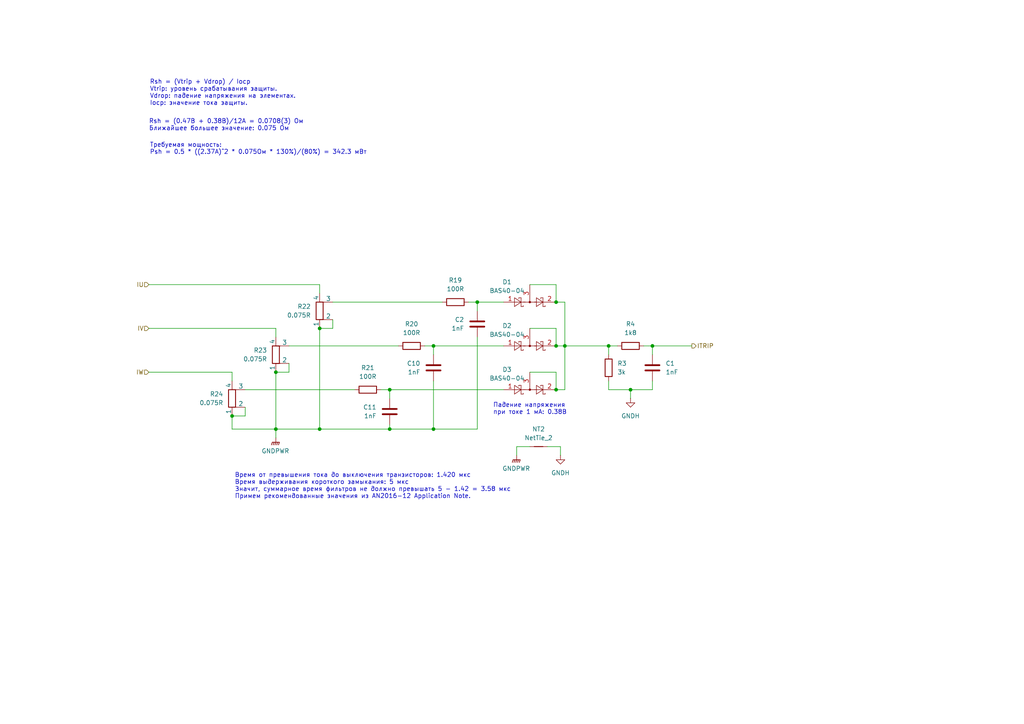
<source format=kicad_sch>
(kicad_sch (version 20231120) (generator "eeschema") (generator_version "8.0")
  (paper "A4")
  (lib_symbols
    (symbol "Device:C" (pin_numbers hide) (pin_names (offset 0.254))
      (property "Reference" "C" (at 0.635 2.54 0))
      (property "Value" "C" (at 0.635 -2.54 0))
      (symbol "C_0_1"
        (polyline (pts (xy -2.032 -0.762) (xy 2.032 -0.762)) (stroke (width 0.508)))
        (polyline (pts (xy -2.032 0.762) (xy 2.032 0.762)) (stroke (width 0.508)))
      )
      (symbol "C_1_1"
        (pin passive line (at 0 3.81 270) (length 2.794) (name "~") (number "1"))
        (pin passive line (at 0 -3.81 90) (length 2.794) (name "~") (number "2"))
      )
    )
    (symbol "Device:NetTie_2" (pin_numbers hide) (pin_names (offset 0) hide) (in_bom no)
      (property "Reference" "NT" (at 0 1.27 0))
      (property "Value" "NetTie_2" (at 0 -1.27 0))
      (symbol "NetTie_2_0_1"
        (polyline (pts (xy -1.27 0) (xy 1.27 0)) (stroke (width 0.254)))
      )
      (symbol "NetTie_2_1_1"
        (pin passive line (at -2.54 0 0) (length 2.54) (name "1") (number "1"))
        (pin passive line (at 2.54 0 180) (length 2.54) (name "2") (number "2"))
      )
    )
    (symbol "Device:R" (pin_numbers hide) (pin_names (offset 0))
      (property "Reference" "R" (at 2.032 0 90))
      (property "Value" "R" (at 0 0 90))
      (symbol "R_0_1"
        (rectangle (start -1.016 -2.54) (end 1.016 2.54) (stroke (width 0.254)))
      )
      (symbol "R_1_1"
        (pin passive line (at 0 3.81 270) (length 1.27) (name "~") (number "1"))
        (pin passive line (at 0 -3.81 90) (length 1.27) (name "~") (number "2"))
      )
    )
    (symbol "Device:R_Shunt" (pin_numbers hide) (pin_names (offset 0))
      (property "Reference" "R" (at -4.445 0 90))
      (property "Value" "R_Shunt" (at -2.54 0 90))
      (symbol "R_Shunt_0_1"
        (rectangle (start -1.016 -2.54) (end 1.016 2.54) (stroke (width 0.254)))
        (polyline (pts (xy 0 -2.54) (xy 1.27 -2.54)))
        (polyline (pts (xy 1.27 2.54) (xy 0 2.54)))
      )
      (symbol "R_Shunt_1_1"
        (pin passive line (at 0 5.08 270) (length 2.54) (name "1") (number "1"))
        (pin passive line (at 3.81 2.54 180) (length 2.54) (name "2") (number "2"))
        (pin passive line (at 3.81 -2.54 180) (length 2.54) (name "3") (number "3"))
        (pin passive line (at 0 -5.08 90) (length 2.54) (name "4") (number "4"))
      )
    )
    (symbol "Diode:BAS40-04" (pin_names (offset 1.016))
      (property "Reference" "D" (at 0.635 -1.27 0))
      (property "Value" "BAS40-04" (at -6.35 5.715 0))
      (symbol "BAS40-04_0_1"
        (polyline (pts (xy -3.81 2.54) (xy -1.27 2.54)))
        (polyline (pts (xy -3.175 1.27) (xy -3.175 1.524)))
        (polyline (pts (xy -2.54 1.27) (xy -3.175 1.27)))
        (polyline (pts (xy -2.54 1.27) (xy -2.54 3.81)))
        (polyline (pts (xy -2.54 3.81) (xy -1.905 3.81)))
        (polyline (pts (xy -1.905 2.54) (xy 1.905 2.54)))
        (polyline (pts (xy -1.905 3.81) (xy -1.905 3.556)))
        (polyline (pts (xy 1.27 2.54) (xy 3.81 2.54)))
        (polyline (pts (xy 3.175 1.27) (xy 3.175 1.524)))
        (polyline (pts (xy 3.81 1.27) (xy 3.175 1.27)))
        (polyline (pts (xy 3.81 1.27) (xy 3.81 3.81)))
        (polyline (pts (xy 3.81 3.81) (xy 4.445 3.81)))
        (polyline (pts (xy 4.445 3.81) (xy 4.445 3.556)))
        (polyline (pts (xy -4.445 3.81) (xy -4.445 1.27) (xy -2.54 2.54) (xy -4.445 3.81)))
        (polyline (pts (xy 1.905 3.81) (xy 1.905 1.27) (xy 3.81 2.54) (xy 1.905 3.81)))
        (circle (center 0 2.54) (radius 0.254) (fill (type outline)))
      )
      (symbol "BAS40-04_1_1"
        (pin passive line (at -7.62 2.54 0) (length 3.81) (name "~") (number "1"))
        (pin passive line (at 7.62 2.54 180) (length 3.81) (name "~") (number "2"))
        (pin passive line (at 0 -2.54 90) (length 5.08) (name "~") (number "3"))
      )
    )
    (symbol "main:GNDH" (power) (pin_numbers hide) (pin_names (offset 0) hide)
      (property "Value" "GNDH" (at 0 -3.81 0))
      (symbol "GNDH_0_1"
        (polyline (pts (xy 0 0) (xy 0 -1.27) (xy 1.27 -1.27) (xy 0 -2.54) (xy -1.27 -1.27) (xy 0 -1.27)))
      )
      (symbol "GNDH_1_1"
        (pin power_in line (at 0 0 270) (length 0) (name "~") (number "1"))
      )
    )
    (symbol "power:GNDPWR" (power) (pin_numbers hide) (pin_names (offset 0) hide)
      (property "Value" "GNDPWR" (at 0 -3.302 0))
      (symbol "GNDPWR_0_1"
        (polyline (pts (xy 0 -1.27) (xy 0 0)))
        (polyline (pts (xy -1.016 -1.27) (xy -1.27 -2.032) (xy -1.27 -2.032)) (stroke (width 0.2032)))
        (polyline (pts (xy -0.508 -1.27) (xy -0.762 -2.032) (xy -0.762 -2.032)) (stroke (width 0.2032)))
        (polyline (pts (xy 0 -1.27) (xy -0.254 -2.032) (xy -0.254 -2.032)) (stroke (width 0.2032)))
        (polyline (pts (xy 0.508 -1.27) (xy 0.254 -2.032) (xy 0.254 -2.032)) (stroke (width 0.2032)))
        (polyline (pts (xy 1.016 -1.27) (xy -1.016 -1.27) (xy -1.016 -1.27)) (stroke (width 0.2032)))
        (polyline (pts (xy 1.016 -1.27) (xy 0.762 -2.032) (xy 0.762 -2.032) (xy 0.762 -2.032)) (stroke (width 0.2032)))
      )
      (symbol "GNDPWR_1_1"
        (pin power_in line (at 0 0 270) (length 0) (name "~") (number "1"))
      )
    )
  )
  (junction (at 113.03 113.03))
  (junction (at 189.23 100.33))
  (junction (at 176.53 100.33))
  (junction (at 161.29 87.63))
  (junction (at 163.83 100.33))
  (junction (at 92.71 95.25))
  (junction (at 80.01 107.95))
  (junction (at 67.31 120.65))
  (junction (at 92.71 124.46))
  (junction (at 125.73 124.46))
  (junction (at 161.29 113.03))
  (junction (at 80.01 124.46))
  (junction (at 113.03 124.46))
  (junction (at 138.43 87.63))
  (junction (at 161.29 100.33))
  (junction (at 125.73 100.33))
  (junction (at 182.88 113.03))
  (wire (pts (xy 83.82 107.95) (xy 80.01 107.95)))
  (wire (pts (xy 146.05 113.03) (xy 113.03 113.03)))
  (wire (pts (xy 146.05 100.33) (xy 125.73 100.33)))
  (wire (pts (xy 138.43 97.79) (xy 138.43 124.46)))
  (wire (pts (xy 92.71 124.46) (xy 80.01 124.46)))
  (wire (pts (xy 43.18 82.55) (xy 92.71 82.55)))
  (wire (pts (xy 92.71 95.25) (xy 92.71 124.46)))
  (wire (pts (xy 43.18 107.95) (xy 67.31 107.95)))
  (wire (pts (xy 146.05 87.63) (xy 138.43 87.63)))
  (wire (pts (xy 115.57 100.33) (xy 83.82 100.33)))
  (wire (pts (xy 80.01 107.95) (xy 80.01 124.46)))
  (wire (pts (xy 163.83 113.03) (xy 163.83 100.33)))
  (wire (pts (xy 176.53 100.33) (xy 176.53 102.87)))
  (wire (pts (xy 182.88 113.03) (xy 182.88 115.57)))
  (wire (pts (xy 176.53 113.03) (xy 182.88 113.03)))
  (wire (pts (xy 161.29 107.95) (xy 161.29 113.03)))
  (wire (pts (xy 189.23 100.33) (xy 189.23 102.87)))
  (wire (pts (xy 189.23 100.33) (xy 200.66 100.33)))
  (wire (pts (xy 186.69 100.33) (xy 189.23 100.33)))
  (wire (pts (xy 102.87 113.03) (xy 71.12 113.03)))
  (wire (pts (xy 113.03 113.03) (xy 110.49 113.03)))
  (wire (pts (xy 125.73 100.33) (xy 123.19 100.33)))
  (wire (pts (xy 176.53 110.49) (xy 176.53 113.03)))
  (wire (pts (xy 161.29 82.55) (xy 161.29 87.63)))
  (wire (pts (xy 163.83 100.33) (xy 176.53 100.33)))
  (wire (pts (xy 163.83 100.33) (xy 161.29 100.33)))
  (wire (pts (xy 67.31 124.46) (xy 67.31 120.65)))
  (wire (pts (xy 153.67 129.54) (xy 149.86 129.54)))
  (wire (pts (xy 153.67 107.95) (xy 161.29 107.95)))
  (wire (pts (xy 179.07 100.33) (xy 176.53 100.33)))
  (wire (pts (xy 138.43 87.63) (xy 135.89 87.63)))
  (wire (pts (xy 153.67 82.55) (xy 161.29 82.55)))
  (wire (pts (xy 92.71 124.46) (xy 113.03 124.46)))
  (wire (pts (xy 153.67 95.25) (xy 161.29 95.25)))
  (wire (pts (xy 149.86 129.54) (xy 149.86 132.08)))
  (wire (pts (xy 113.03 124.46) (xy 125.73 124.46)))
  (wire (pts (xy 113.03 115.57) (xy 113.03 113.03)))
  (wire (pts (xy 138.43 124.46) (xy 125.73 124.46)))
  (wire (pts (xy 138.43 90.17) (xy 138.43 87.63)))
  (wire (pts (xy 161.29 95.25) (xy 161.29 100.33)))
  (wire (pts (xy 96.52 92.71) (xy 96.52 95.25)))
  (wire (pts (xy 163.83 87.63) (xy 163.83 100.33)))
  (wire (pts (xy 161.29 87.63) (xy 163.83 87.63)))
  (wire (pts (xy 71.12 120.65) (xy 67.31 120.65)))
  (wire (pts (xy 189.23 110.49) (xy 189.23 113.03)))
  (wire (pts (xy 67.31 107.95) (xy 67.31 110.49)))
  (wire (pts (xy 96.52 95.25) (xy 92.71 95.25)))
  (wire (pts (xy 43.18 95.25) (xy 80.01 95.25)))
  (wire (pts (xy 128.27 87.63) (xy 96.52 87.63)))
  (wire (pts (xy 80.01 124.46) (xy 80.01 127)))
  (wire (pts (xy 92.71 82.55) (xy 92.71 85.09)))
  (wire (pts (xy 125.73 110.49) (xy 125.73 124.46)))
  (wire (pts (xy 162.56 129.54) (xy 162.56 132.08)))
  (wire (pts (xy 158.75 129.54) (xy 162.56 129.54)))
  (wire (pts (xy 71.12 118.11) (xy 71.12 120.65)))
  (wire (pts (xy 125.73 102.87) (xy 125.73 100.33)))
  (wire (pts (xy 113.03 123.19) (xy 113.03 124.46)))
  (wire (pts (xy 80.01 124.46) (xy 67.31 124.46)))
  (wire (pts (xy 182.88 113.03) (xy 189.23 113.03)))
  (wire (pts (xy 161.29 113.03) (xy 163.83 113.03)))
  (wire (pts (xy 80.01 95.25) (xy 80.01 97.79)))
  (wire (pts (xy 83.82 105.41) (xy 83.82 107.95)))
  (text "Rsh = (Vtrip + Vdrop) / Iocp\nVtrip: уровень срабатывания защиты.\nVdrop: падение напряжения на элементах.\nIocp: значение тока защиты." (at 43.434 26.924 0) (effects (font (size 1.27 1.27)) (justify left)))
  (text "Rsh = (0.47В + 0.38В)/12А = 0.0708(3) Ом\nБлижайшее большее значение: 0.075 Ом" (at 43.18 36.322 0) (effects (font (size 1.27 1.27)) (justify left)))
  (text "Падение напряжения\nпри токе 1 мА: 0.38В" (at 143.002 118.618 0) (effects (font (size 1.27 1.27)) (justify left)))
  (text "Требуемая мощность:\nPsh = 0.5 * ((2.37А)^2 * 0.075Ом * 130%)/(80%) = 342.3 мВт" (at 43.434 43.18 0) (effects (font (size 1.27 1.27)) (justify left)))
  (text "Время от превышения тока до выключения транзисторов: 1.420 мкс\nВремя выдерживания короткого замыкания: 5 мкс\nЗначит, суммарное время фильтров не должно превышать 5 - 1.42 = 3.58 мкс\nПримем рекомендованные значения из AN2016-12 Application Note." (at 68.072 140.97 0) (effects (font (size 1.27 1.27)) (justify left)))
  (hierarchical_label "IW" (shape input) (at 43.18 107.95 180))
  (hierarchical_label "IU" (shape input) (at 43.18 82.55 180))
  (hierarchical_label "ITRIP" (shape output) (at 200.66 100.33 0))
  (hierarchical_label "IV" (shape input) (at 43.18 95.25 180))
  (symbol (lib_id "Device:R_Shunt") (at 67.31 115.57 0) (mirror x) (unit 1)
    (property "Reference" "R24" (at 64.77 114.2999 0) (effects (justify right)))
    (property "Value" "0.075R" (at 64.77 116.8399 0) (effects (justify right)))
    (property "Footprint" "Resistor_SMD:R_2512_6332Metric" (effects (hide yes)))
    (property "Description" "Shunt resistor" (effects (hide yes)))
  )
  (symbol (lib_id "Diode:BAS40-04") (at 153.67 110.49 0) (mirror x) (unit 1)
    (property "Reference" "D3" (at 147.066 107.188 0))
    (property "Value" "BAS40-04" (at 147.066 109.728 0))
    (property "Footprint" "Package_TO_SOT_SMD:SOT-23" (effects (hide yes)))
    (property "Datasheet" "http://www.vishay.com/docs/85701/bas40v.pdf" (effects (hide yes)))
    (property "Description" "40V 0.2A Dual Small Signal Schottky Diodes" (effects (hide yes)))
  )
  (symbol (lib_id "Diode:BAS40-04") (at 153.67 85.09 0) (mirror x) (unit 1)
    (property "Reference" "D1" (at 147.066 81.788 0))
    (property "Value" "BAS40-04" (at 147.066 84.328 0))
    (property "Footprint" "Package_TO_SOT_SMD:SOT-23" (effects (hide yes)))
    (property "Datasheet" "http://www.vishay.com/docs/85701/bas40v.pdf" (effects (hide yes)))
    (property "Description" "40V 0.2A Dual Small Signal Schottky Diodes" (effects (hide yes)))
  )
  (symbol (lib_id "power:GNDPWR") (at 149.86 132.08 0) (unit 1)
    (property "Reference" "#PWR01" (effects (hide yes)))
    (property "Value" "GNDPWR" (at 149.733 135.89 0))
    (property "Description" "Power symbol creates a global label with name \"GNDPWR\" , global ground" (effects (hide yes)))
  )
  (symbol (lib_id "Device:R") (at 119.38 100.33 270) (mirror x) (unit 1)
    (property "Reference" "R20" (at 119.38 93.98 90))
    (property "Value" "100R" (at 119.38 96.52 90))
    (property "Footprint" "Resistor_SMD:R_0805_2012Metric" (effects (hide yes)))
    (property "Description" "Resistor" (effects (hide yes)))
  )
  (symbol (lib_id "power:GNDPWR") (at 80.01 127 0) (unit 1)
    (property "Reference" "#PWR04" (effects (hide yes)))
    (property "Value" "GNDPWR" (at 79.883 130.81 0))
    (property "Description" "Power symbol creates a global label with name \"GNDPWR\" , global ground" (effects (hide yes)))
  )
  (symbol (lib_id "Device:C") (at 189.23 106.68 0) (unit 1)
    (property "Reference" "C1" (at 193.04 105.4099 0) (effects (justify left)))
    (property "Value" "1nF" (at 193.04 107.9499 0) (effects (justify left)))
    (property "Footprint" "Capacitor_SMD:C_0805_2012Metric" (effects (hide yes)))
    (property "Description" "Unpolarized capacitor" (effects (hide yes)))
  )
  (symbol (lib_id "Device:R") (at 182.88 100.33 90) (unit 1)
    (property "Reference" "R4" (at 182.88 93.98 90))
    (property "Value" "1k8" (at 182.88 96.52 90))
    (property "Footprint" "Resistor_SMD:R_0805_2012Metric" (effects (hide yes)))
    (property "Description" "Resistor" (effects (hide yes)))
  )
  (symbol (lib_id "Device:R_Shunt") (at 80.01 102.87 0) (mirror x) (unit 1)
    (property "Reference" "R23" (at 77.47 101.5999 0) (effects (justify right)))
    (property "Value" "0.075R" (at 77.47 104.1399 0) (effects (justify right)))
    (property "Footprint" "Resistor_SMD:R_2512_6332Metric" (effects (hide yes)))
    (property "Description" "Shunt resistor" (effects (hide yes)))
  )
  (symbol (lib_id "Device:R") (at 132.08 87.63 270) (mirror x) (unit 1)
    (property "Reference" "R19" (at 132.08 81.28 90))
    (property "Value" "100R" (at 132.08 83.82 90))
    (property "Footprint" "Resistor_SMD:R_0805_2012Metric" (effects (hide yes)))
    (property "Description" "Resistor" (effects (hide yes)))
  )
  (symbol (lib_id "Device:R") (at 106.68 113.03 270) (mirror x) (unit 1)
    (property "Reference" "R21" (at 106.68 106.68 90))
    (property "Value" "100R" (at 106.68 109.22 90))
    (property "Footprint" "Resistor_SMD:R_0805_2012Metric" (effects (hide yes)))
    (property "Description" "Resistor" (effects (hide yes)))
  )
  (symbol (lib_id "Device:C") (at 125.73 106.68 0) (mirror y) (unit 1)
    (property "Reference" "C10" (at 121.92 105.4099 0) (effects (justify left)))
    (property "Value" "1nF" (at 121.92 107.9499 0) (effects (justify left)))
    (property "Footprint" "Capacitor_SMD:C_0805_2012Metric" (effects (hide yes)))
    (property "Description" "Unpolarized capacitor" (effects (hide yes)))
  )
  (symbol (lib_id "Device:R_Shunt") (at 92.71 90.17 0) (mirror x) (unit 1)
    (property "Reference" "R22" (at 90.17 88.8999 0) (effects (justify right)))
    (property "Value" "0.075R" (at 90.17 91.4399 0) (effects (justify right)))
    (property "Footprint" "Resistor_SMD:R_2512_6332Metric" (effects (hide yes)))
    (property "Description" "Shunt resistor" (effects (hide yes)))
  )
  (symbol (lib_id "main:GNDH") (at 182.88 115.57 0) (unit 1)
    (property "Reference" "#PWR079" (effects (hide yes)))
    (property "Value" "GNDH" (at 182.88 120.65 0))
    (property "Description" "Power symbol creates a global label with name \"GNDH\" , hi ground" (effects (hide yes)))
  )
  (symbol (lib_id "main:GNDH") (at 162.56 132.08 0) (unit 1)
    (property "Reference" "#PWR082" (effects (hide yes)))
    (property "Value" "GNDH" (at 162.56 137.16 0))
    (property "Description" "Power symbol creates a global label with name \"GNDH\" , hi ground" (effects (hide yes)))
  )
  (symbol (lib_id "Device:C") (at 138.43 93.98 0) (mirror y) (unit 1)
    (property "Reference" "C2" (at 134.62 92.7099 0) (effects (justify left)))
    (property "Value" "1nF" (at 134.62 95.2499 0) (effects (justify left)))
    (property "Footprint" "Capacitor_SMD:C_0805_2012Metric" (effects (hide yes)))
    (property "Description" "Unpolarized capacitor" (effects (hide yes)))
  )
  (symbol (lib_id "Device:C") (at 113.03 119.38 0) (mirror y) (unit 1)
    (property "Reference" "C11" (at 109.22 118.1099 0) (effects (justify left)))
    (property "Value" "1nF" (at 109.22 120.6499 0) (effects (justify left)))
    (property "Footprint" "Capacitor_SMD:C_0805_2012Metric" (effects (hide yes)))
    (property "Description" "Unpolarized capacitor" (effects (hide yes)))
  )
  (symbol (lib_id "Device:R") (at 176.53 106.68 180) (unit 1)
    (property "Reference" "R3" (at 179.07 105.4099 0) (effects (justify right)))
    (property "Value" "3k" (at 179.07 107.9499 0) (effects (justify right)))
    (property "Footprint" "Resistor_SMD:R_0805_2012Metric" (effects (hide yes)))
    (property "Description" "Resistor" (effects (hide yes)))
  )
  (symbol (lib_id "Device:NetTie_2") (at 156.21 129.54 0) (unit 1) (in_bom no)
    (property "Reference" "NT2" (at 156.21 124.46 0))
    (property "Value" "NetTie_2" (at 156.21 127 0))
    (property "Footprint" "NetTie:NetTie-2_SMD_Pad0.5mm" (effects (hide yes)))
    (property "Description" "Net tie, 2 pins" (effects (hide yes)))
  )
  (symbol (lib_id "Diode:BAS40-04") (at 153.67 97.79 0) (mirror x) (unit 1)
    (property "Reference" "D2" (at 147.066 94.488 0))
    (property "Value" "BAS40-04" (at 147.066 97.028 0))
    (property "Footprint" "Package_TO_SOT_SMD:SOT-23" (effects (hide yes)))
    (property "Datasheet" "http://www.vishay.com/docs/85701/bas40v.pdf" (effects (hide yes)))
    (property "Description" "40V 0.2A Dual Small Signal Schottky Diodes" (effects (hide yes)))
  )
)
</source>
